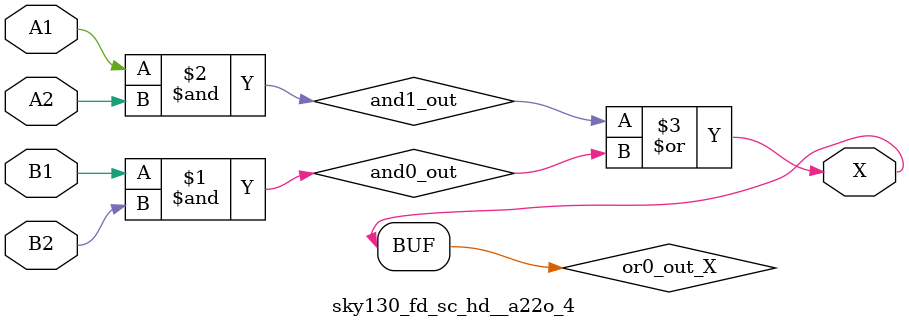
<source format=v>
/*
 * Copyright 2020 The SkyWater PDK Authors
 *
 * Licensed under the Apache License, Version 2.0 (the "License");
 * you may not use this file except in compliance with the License.
 * You may obtain a copy of the License at
 *
 *     https://www.apache.org/licenses/LICENSE-2.0
 *
 * Unless required by applicable law or agreed to in writing, software
 * distributed under the License is distributed on an "AS IS" BASIS,
 * WITHOUT WARRANTIES OR CONDITIONS OF ANY KIND, either express or implied.
 * See the License for the specific language governing permissions and
 * limitations under the License.
 *
 * SPDX-License-Identifier: Apache-2.0
*/


`ifndef SKY130_FD_SC_HD__A22O_4_FUNCTIONAL_V
`define SKY130_FD_SC_HD__A22O_4_FUNCTIONAL_V

/**
 * a22o: 2-input AND into both inputs of 2-input OR.
 *
 *       X = ((A1 & A2) | (B1 & B2))
 *
 * Verilog simulation functional model.
 */

`timescale 1ns / 1ps
`default_nettype none

`celldefine
module sky130_fd_sc_hd__a22o_4 (
    X ,
    A1,
    A2,
    B1,
    B2
);

    // Module ports
    output X ;
    input  A1;
    input  A2;
    input  B1;
    input  B2;

    // Local signals
    wire and0_out ;
    wire and1_out ;
    wire or0_out_X;

    //  Name  Output     Other arguments
    and and0 (and0_out , B1, B2            );
    and and1 (and1_out , A1, A2            );
    or  or0  (or0_out_X, and1_out, and0_out);
    buf buf0 (X        , or0_out_X         );

endmodule
`endcelldefine

`default_nettype wire
`endif  // SKY130_FD_SC_HD__A22O_4_FUNCTIONAL_V

</source>
